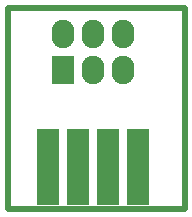
<source format=gbr>
G04 #@! TF.FileFunction,Soldermask,Top*
%FSLAX46Y46*%
G04 Gerber Fmt 4.6, Leading zero omitted, Abs format (unit mm)*
G04 Created by KiCad (PCBNEW 4.0.6-e0-6349~52~ubuntu16.10.1) date Sun Mar 26 20:03:33 2017*
%MOMM*%
%LPD*%
G01*
G04 APERTURE LIST*
%ADD10C,0.100000*%
%ADD11C,0.500000*%
%ADD12R,1.924000X6.496000*%
%ADD13R,1.924000X2.398980*%
%ADD14O,1.924000X2.398980*%
G04 APERTURE END LIST*
D10*
D11*
X111125000Y-55350000D02*
X111125000Y-72350000D01*
X126125000Y-55350000D02*
X111125000Y-55350000D01*
X126125000Y-72350000D02*
X126125000Y-55350000D01*
X111125000Y-72350000D02*
X126125000Y-72350000D01*
D12*
X114565000Y-68800000D03*
X117105000Y-68800000D03*
X119645000Y-68800000D03*
X122185000Y-68800000D03*
D13*
X115860000Y-60618920D03*
D14*
X115860000Y-57581080D03*
X118400000Y-60618920D03*
X118400000Y-57581080D03*
X120940000Y-60618920D03*
X120940000Y-57581080D03*
M02*

</source>
